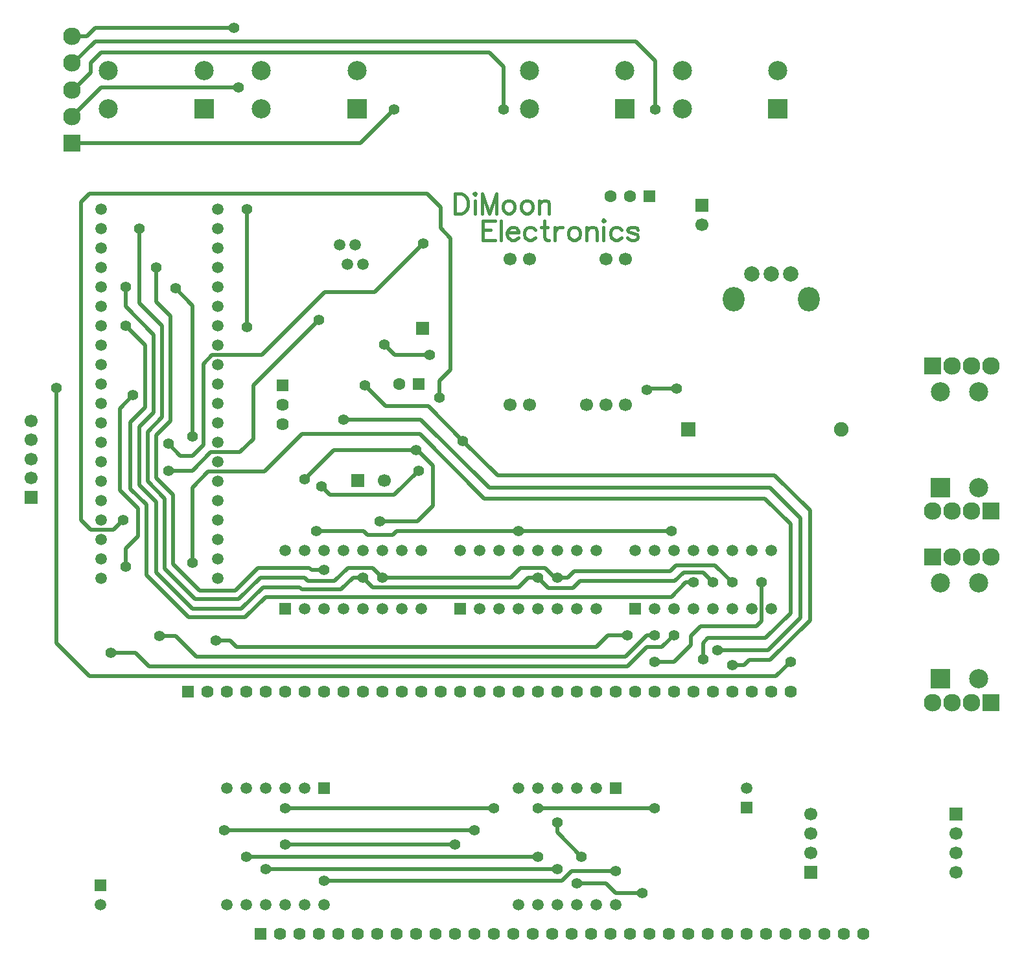
<source format=gbr>
%TF.GenerationSoftware,Novarm,DipTrace,3.3.0.1*%
%TF.CreationDate,2019-03-05T05:49:40+02:00*%
%FSLAX35Y35*%
%MOMM*%
%TF.FileFunction,Copper,L1,Top*%
%TF.Part,Single*%
%ADD91C,0.39216*%
%TA.AperFunction,Conductor*%
%ADD13C,0.5*%
%TA.AperFunction,ComponentPad*%
%ADD18R,1.7X1.7*%
%ADD19C,1.7*%
%ADD22R,1.6X1.6*%
%ADD23C,1.6*%
%ADD24C,1.5*%
%ADD25R,1.5X1.5*%
%ADD33C,1.6*%
%ADD35C,1.5*%
%ADD37R,1.9X1.9*%
%ADD38C,1.9*%
%ADD39R,2.3X2.3*%
%ADD40C,2.3*%
%ADD41C,2.0*%
%ADD42O,2.8X3.2*%
%ADD43R,2.5X2.5*%
%ADD44C,2.5*%
%ADD47R,1.62X1.62*%
%ADD48C,1.62*%
%TA.AperFunction,ViaPad*%
%ADD49C,1.4*%
G75*
G01*
%LPD*%
X4176000Y15066750D2*
D13*
Y16781250D1*
X3954250Y17003000D1*
X10844000Y12154500D2*
Y12367500D1*
X10907500Y12431000D1*
X11660250D1*
X11987000Y12757750D1*
Y13923250D1*
X11653623Y14256627D1*
X7986497D1*
X7145123Y15098000D1*
X5605250D1*
X5113127Y14605877D1*
X4382877D1*
X4176500Y14399500D1*
Y13415250D1*
X10209000Y12122750D2*
X10463000D1*
X10685250Y12345000D1*
Y12462750D1*
X10812250Y12589750D1*
X11542500D1*
X11606000Y12653250D1*
Y13161250D1*
X7399127Y15574250D2*
Y15796503D1*
X7543750Y15941127D1*
Y17661377D1*
X7415000Y17790127D1*
Y18066623D1*
X7240373Y18241250D1*
X2827127D1*
X2716000Y18130123D1*
Y13970873D1*
X2842997Y13843877D1*
X3144627D1*
X3271627Y13970877D1*
X11987000Y12122750D2*
X11796500Y11932250D1*
X2833750D1*
X2398500Y12367500D1*
Y15701250D1*
X5891000Y9256000D2*
X9002500D1*
X9129500Y9383000D1*
X9701000D1*
X5129000Y9414750D2*
X8939000D1*
X4875000Y9573500D2*
X8685000D1*
X9859750Y12472000D2*
X9605750D1*
X9447000Y12313250D1*
X4754623D1*
X4668623Y12399250D1*
X4478127D1*
X10209000Y12472000D2*
X10113750D1*
X9828000Y12186250D1*
X4230750D1*
X3954250Y12462750D1*
X3747877D1*
X10463000Y12472000D2*
X10304250Y12313250D1*
X10113750D1*
X9859750Y12059250D1*
X3611623D1*
X3430373Y12240500D1*
X3112877D1*
X5795750Y13828000D2*
X6414873D1*
X6462497Y13780377D1*
X6795877D1*
X6843500Y13828000D1*
X8431000D1*
X10431020D1*
X11225000Y12081750D2*
X11383750D1*
X11447250Y12145250D1*
X11723750D1*
X12241000Y12662500D1*
Y14097873D1*
X11780623Y14558250D1*
X8161123D1*
X7708687Y15010687D1*
X7256247Y15463127D1*
X6700623D1*
X6430750Y15733000D1*
X7272123Y16129877D2*
X6820997D1*
X6678123Y16272750D1*
X6684750D1*
X7097500Y14891627D2*
X6018000D1*
X5637000Y14510627D1*
X3398627Y15606000D2*
X3224000Y15431373D1*
Y14367753D1*
X3462127Y14129627D1*
Y13764500D1*
X3303373Y13605747D1*
Y13367627D1*
X6621250Y13955000D2*
X7113377D1*
X7319750Y14161373D1*
Y14685250D1*
X7113373Y14891627D1*
X7097500D1*
X10496500Y15692873D2*
X10113750D1*
Y15679097D1*
X4890877Y16495000D2*
Y18034877D1*
X3303377Y16510877D2*
X3557377Y16256877D1*
Y15447250D1*
X3366877Y15256750D1*
Y14383623D1*
X3573250Y14177250D1*
Y13256500D1*
X4128873Y12700877D1*
X4859127D1*
X5129000Y12970750D1*
X10431250D1*
X10621750Y13161250D1*
X10717000D1*
X10971000D2*
X10844000Y13288250D1*
X10590000D1*
X10478877Y13177127D1*
X9240627D1*
X9145377Y13081877D1*
X8827873D1*
X8685000Y13224750D1*
X8558000D1*
X8431000Y13097750D1*
X6526000D1*
X6399000Y13224750D1*
X3303377Y17018877D2*
Y16764873D1*
X3668500Y16399750D1*
Y15383750D1*
X3478000Y15193250D1*
Y14431250D1*
X3700250Y14209000D1*
Y13288250D1*
X4176500Y12812000D1*
X4811500D1*
X5097250Y13097750D1*
X5573500D1*
X5605250Y13066000D1*
X6113250D1*
X6272000Y13224750D1*
X6399000D1*
X5891000Y13320000D2*
X5732250D1*
X5700500Y13351750D1*
X5033750D1*
X4732127Y13050127D1*
X4271750D1*
X3922500Y13399377D1*
Y14304250D1*
X3700250Y14526500D1*
Y15082123D1*
X3890750Y15272623D1*
Y16637877D1*
X3700250Y16828377D1*
Y17272877D1*
X11225000Y13161250D2*
X11002750Y13383500D1*
X10494750D1*
X10415377Y13304127D1*
X9161253D1*
X9081877Y13224750D1*
X8939000D1*
X8907250D1*
X8780250Y13351750D1*
X8462750D1*
X8335750Y13224750D1*
X6653000D1*
X3478000Y17780877D2*
Y16812503D1*
X3779627Y16510877D1*
Y15320250D1*
X3589127Y15129750D1*
Y14478877D1*
X3811377Y14256627D1*
Y13335873D1*
X4208250Y12939000D1*
X4779750D1*
X5065500Y13224750D1*
X5637000D1*
X5684623Y13177127D1*
X6033877D1*
X6208500Y13351750D1*
X6526000D1*
X6653000Y13224750D1*
X11034500Y12272250D2*
X11692000D1*
X12114000Y12694250D1*
Y14002623D1*
X11717123Y14399500D1*
X8050000D1*
X7160500Y15289000D1*
X6145000D1*
X3859000Y14971000D2*
X4017750Y14812250D1*
X4176503D1*
X4319377Y14955123D1*
Y16018753D1*
X4430500Y16129877D1*
X5081377D1*
X5906877Y16955377D1*
X6557753D1*
X7192750Y17590373D1*
X3859000Y14621750D2*
X4176500D1*
X4414627Y14859877D1*
X4795627D1*
X4970250Y15034500D1*
Y15733000D1*
X5827500Y16590250D1*
X9256500Y9573500D2*
X8939000Y9891000D1*
Y10018000D1*
X5383000Y9732250D2*
X7605500D1*
X10050250Y9097250D2*
X9701000D1*
X9574000Y9224250D1*
X9193000D1*
X7859500Y9922750D2*
X4589250D1*
X10209000Y10208500D2*
X8685000D1*
X5383050D2*
X8113500D1*
X7129250Y14621750D2*
X6811750Y14304250D1*
X5970373D1*
X5859250Y14415373D1*
X2600000Y18900000D2*
X6365877D1*
X6811750Y19345873D1*
X2600000Y20300000D2*
X2797003D1*
X2906500Y20409497D1*
X4717873D1*
X2600000Y19950000D2*
X2621627D1*
X2906500Y20234873D1*
X9970870D1*
X10224873Y19980870D1*
Y19345873D1*
X2600000Y19600000D2*
X2620880D1*
X2843000Y19822120D1*
Y19949123D1*
X2985877Y20092000D1*
X8050000D1*
X8240500Y19901500D1*
Y19345873D1*
X2600000Y19250000D2*
X2981620Y19631620D1*
X4779750D1*
D49*
X3954250Y17003000D3*
X4176000Y15066750D3*
X10844000Y12154500D3*
X4176500Y13415250D3*
X3954250Y17003000D3*
X10209000Y12122750D3*
X11606000Y13161250D3*
X7399127Y15574250D3*
X3271627Y13970877D3*
X11987000Y12122750D3*
X2398500Y15701250D3*
X5891000Y9256000D3*
X9701000Y9383000D3*
X5129000Y9414750D3*
X8939000D3*
X4875000Y9573500D3*
X8685000D3*
X9859750Y12472000D3*
X4478127Y12399250D3*
X10209000Y12472000D3*
X3747877Y12462750D3*
X10463000Y12472000D3*
X3112877Y12240500D3*
X5795750Y13828000D3*
X8431000D3*
D3*
X10431020D3*
X11225000Y12081750D3*
X6430750Y15733000D3*
X7272123Y16129877D3*
X6684750Y16272750D3*
X5637000Y14510627D3*
X3398627Y15606000D3*
X3303373Y13367627D3*
X6621250Y13955000D3*
X6430750Y15733000D3*
X7708687Y15010687D3*
X10496500Y15692873D3*
X10113750Y15679097D3*
X4890877Y16495000D3*
Y18034877D3*
X3303377Y16510877D3*
X10717000Y13161250D3*
X10971000D3*
X8685000Y13224750D3*
X6399000D3*
X3303377Y17018877D3*
X5891000Y13320000D3*
X3700250Y17272877D3*
X11225000Y13161250D3*
X8939000Y13224750D3*
X6653000D3*
X3478000Y17780877D3*
X11034500Y12272250D3*
X6145000Y15289000D3*
X3859000Y14971000D3*
X7192750Y17590373D3*
X3859000Y14621750D3*
X5827500Y16590250D3*
X9256500Y9573500D3*
X8939000Y10018000D3*
X5383000Y9732250D3*
X7605500D3*
X10050250Y9097250D3*
X9193000Y9224250D3*
X7859500Y9922750D3*
X4589250D3*
X10209000Y10208500D3*
X8685000D3*
X5383050D3*
X8113500D3*
X7129250Y14621750D3*
X5859250Y14415373D3*
X6811750Y19345873D3*
X4717873Y20409497D3*
X10224873Y19345873D3*
X8240500D3*
X4779750Y19631620D3*
X7097500Y14891627D3*
D18*
X10829877Y18090000D3*
D19*
Y17840000D3*
D18*
X6335500Y14494750D3*
D19*
X6685500D3*
D22*
X7129250Y15748877D3*
D23*
X6875250D3*
D24*
X2970000Y8945750D3*
D25*
Y9199750D3*
D19*
X9828000Y17384000D3*
X9578000D3*
X8578000D3*
X8328000D3*
X9828000Y15484000D3*
X9578000D3*
X9328000D3*
X8578000D3*
X8328000D3*
D18*
X7178000Y16484000D3*
D25*
X5383000Y12812000D3*
D24*
X5637000D3*
X5891000D3*
X6145000D3*
X6399000D3*
X6653000D3*
X6907000D3*
X7161000D3*
Y13574000D3*
X6907000D3*
X6653000D3*
X6399000D3*
X6145000D3*
X5891000D3*
X5637000D3*
X5383000D3*
D25*
X7669000Y12812000D3*
D24*
X7923000D3*
X8177000D3*
X8431000D3*
X8685000D3*
X8939000D3*
X9193000D3*
X9447000D3*
Y13574000D3*
X9193000D3*
X8939000D3*
X8685000D3*
X8431000D3*
X8177000D3*
X7923000D3*
X7669000D3*
D25*
X9955000Y12812000D3*
D24*
X10209000D3*
X10463000D3*
X10717000D3*
X10971000D3*
X11225000D3*
X11479000D3*
X11733000D3*
Y13574000D3*
X11479000D3*
X11225000D3*
X10971000D3*
X10717000D3*
X10463000D3*
X10209000D3*
X9955000D3*
D22*
X10145500Y18209500D3*
D33*
X9891500D3*
X9637500D3*
D24*
X4509873Y13208877D3*
Y13462877D3*
Y13716877D3*
Y13970877D3*
Y14224877D3*
Y14478877D3*
Y14732877D3*
Y14986877D3*
Y15240877D3*
Y15494877D3*
Y15748877D3*
Y16002877D3*
Y16256877D3*
Y16510877D3*
Y16764877D3*
Y17018877D3*
Y17272877D3*
Y17526877D3*
Y17780877D3*
Y18034877D3*
X2985873D3*
Y17780877D3*
Y17526877D3*
Y17272877D3*
Y17018877D3*
Y16764877D3*
Y16510877D3*
Y16256877D3*
Y16002877D3*
Y15748877D3*
Y15494877D3*
Y15240877D3*
Y14986877D3*
Y14732877D3*
Y14478877D3*
Y14224877D3*
Y13970877D3*
Y13716877D3*
Y13462877D3*
Y13208877D3*
D25*
X5891000Y10469750D3*
D35*
X5637050D3*
X5383050D3*
X5129050D3*
X4875050D3*
X4621050D3*
X5891000Y8945750D3*
X5637100D3*
X5383000D3*
X5129000D3*
X4875000D3*
X4621000D3*
D25*
X9701000Y10469750D3*
D35*
X9447050D3*
X9193050D3*
X8939050D3*
X8685050D3*
X8431050D3*
X9701000Y8945750D3*
X9447100D3*
X9193000D3*
X8939000D3*
X8685000D3*
X8431000D3*
D37*
X10653500Y15161500D3*
D38*
X12653500D3*
D18*
X12250000Y9369000D3*
D19*
Y9623000D3*
Y9877000D3*
Y10131000D3*
D18*
X14150000D3*
D19*
Y9877000D3*
Y9623000D3*
Y9369000D3*
D39*
X14606250Y11591500D3*
D40*
X14352250D3*
X14098250D3*
X13844250D3*
D39*
Y13491500D3*
D40*
X14098250D3*
X14352250D3*
X14606250D3*
D39*
Y14091500D3*
D40*
X14352250D3*
X14098250D3*
X13844250D3*
D39*
Y15991500D3*
D40*
X14098250D3*
X14352250D3*
X14606250D3*
D41*
X11987000Y17193500D3*
X11737000D3*
X11487000D3*
D42*
X12227000Y16863500D3*
X11247000D3*
D43*
X13950000Y14400000D3*
D44*
X14450000D3*
Y15650000D3*
X13950000D3*
D43*
X6325000Y19350000D3*
D44*
Y19850000D3*
X5075000D3*
Y19350000D3*
D43*
X4325000D3*
D44*
Y19850000D3*
X3075000D3*
Y19350000D3*
D43*
X9825000D3*
D44*
Y19850000D3*
X8575000D3*
Y19350000D3*
D43*
X11825000D3*
D44*
Y19850000D3*
X10575000D3*
Y19350000D3*
D43*
X13950000Y11900000D3*
D44*
X14450000D3*
Y13150000D3*
X13950000D3*
D25*
X11415500Y10215750D3*
D24*
Y10469750D3*
D47*
X4113000Y11732500D3*
D48*
X4367000D3*
X4621000D3*
X4875000D3*
X5129000D3*
X5383000D3*
X5637000D3*
X5891000D3*
X6145000D3*
X6399000D3*
X6653000D3*
X6907000D3*
X7161000D3*
X7415000D3*
X7669000D3*
X7923000D3*
X8177000D3*
X8431000D3*
X8685000D3*
X8939000D3*
X9193000D3*
X9447000D3*
X9701000D3*
X9955000D3*
X10209000D3*
X10463000D3*
X10717000D3*
X10971000D3*
X11225000D3*
X11479000D3*
X11733000D3*
X11987000D3*
D47*
X5065500Y8564750D3*
D48*
X5319500D3*
X5573500D3*
X5827500D3*
X6081500D3*
X6335500D3*
X6589500D3*
X6843500D3*
X7097500D3*
X7351500D3*
X7605500D3*
X7859500D3*
X8113500D3*
X8367500D3*
X8621500D3*
X8875500D3*
X9129500D3*
X9383500D3*
X9637500D3*
X9891500D3*
X10145500D3*
X10399500D3*
X10653500D3*
X10907500D3*
X11161500D3*
X11415500D3*
X11669500D3*
X11923500D3*
X12177500D3*
X12431500D3*
X12685500D3*
X12939500D3*
D47*
X5351250Y15733000D3*
D48*
Y15479000D3*
Y15225000D3*
D18*
X2065123Y14272500D3*
D19*
Y14522500D3*
Y14772500D3*
Y15022500D3*
Y15272500D3*
D24*
X6303750Y17574500D3*
X6405750Y17320500D3*
X6201750D3*
X6099750Y17574500D3*
D39*
X2600000Y18900000D3*
D40*
Y19250000D3*
Y19600000D3*
Y19950000D3*
Y20300000D3*
X7605501Y18238207D2*
D91*
Y17982987D1*
X7690574D1*
X7727074Y17995341D1*
X7751501Y18019487D1*
X7763574Y18043914D1*
X7775647Y18080133D1*
Y18141060D1*
X7763574Y18177560D1*
X7751501Y18201707D1*
X7727074Y18226133D1*
X7690574Y18238207D1*
X7605501D1*
X7854079D2*
X7866152Y18226133D1*
X7878506Y18238207D1*
X7866152Y18250560D1*
X7854079Y18238207D1*
X7866152Y18153133D2*
Y17982987D1*
X8151229D2*
Y18238207D1*
X8054083Y17982987D1*
X7956937Y18238207D1*
Y17982987D1*
X8290307Y18153133D2*
X8266161Y18141060D1*
X8241734Y18116633D1*
X8229661Y18080133D1*
Y18055987D1*
X8241734Y18019487D1*
X8266161Y17995341D1*
X8290307Y17982987D1*
X8326807D1*
X8351234Y17995341D1*
X8375380Y18019487D1*
X8387734Y18055987D1*
Y18080133D1*
X8375380Y18116633D1*
X8351234Y18141060D1*
X8326807Y18153133D1*
X8290307D1*
X8526811D2*
X8502665Y18141060D1*
X8478238Y18116633D1*
X8466165Y18080133D1*
Y18055987D1*
X8478238Y18019487D1*
X8502665Y17995341D1*
X8526811Y17982987D1*
X8563311D1*
X8587738Y17995341D1*
X8611884Y18019487D1*
X8624238Y18055987D1*
Y18080133D1*
X8611884Y18116633D1*
X8587738Y18141060D1*
X8563311Y18153133D1*
X8526811D1*
X8702670D2*
Y17982987D1*
Y18104560D2*
X8739170Y18141060D1*
X8763597Y18153133D1*
X8799816D1*
X8824243Y18141060D1*
X8836316Y18104560D1*
Y17982987D1*
X8128417Y17888957D2*
X7970625D1*
Y17633737D1*
X8128417D1*
X7970625Y17767383D2*
X8067771D1*
X8206848Y17888957D2*
Y17633737D1*
X8285280Y17730883D2*
X8430999D1*
Y17755310D1*
X8418926Y17779737D1*
X8406853Y17791810D1*
X8382426Y17803883D1*
X8345926D1*
X8321780Y17791810D1*
X8297353Y17767383D1*
X8285280Y17730883D1*
Y17706737D1*
X8297353Y17670237D1*
X8321780Y17646091D1*
X8345926Y17633737D1*
X8382426D1*
X8406853Y17646091D1*
X8430999Y17670237D1*
X8655430Y17767383D2*
X8631003Y17791810D1*
X8606576Y17803883D1*
X8570357D1*
X8545930Y17791810D1*
X8521784Y17767383D1*
X8509430Y17730883D1*
Y17706737D1*
X8521784Y17670237D1*
X8545930Y17646091D1*
X8570357Y17633737D1*
X8606576D1*
X8631003Y17646091D1*
X8655430Y17670237D1*
X8770362Y17888957D2*
Y17682310D1*
X8782435Y17646091D1*
X8806862Y17633737D1*
X8831008D1*
X8733862Y17803883D2*
X8818935D1*
X8909439D2*
Y17633737D1*
Y17730883D2*
X8921793Y17767383D1*
X8945939Y17791810D1*
X8970366Y17803883D1*
X9006866D1*
X9145944D2*
X9121797Y17791810D1*
X9097370Y17767383D1*
X9085297Y17730883D1*
Y17706737D1*
X9097370Y17670237D1*
X9121797Y17646091D1*
X9145944Y17633737D1*
X9182444D1*
X9206870Y17646091D1*
X9231017Y17670237D1*
X9243370Y17706737D1*
Y17730883D1*
X9231017Y17767383D1*
X9206870Y17791810D1*
X9182444Y17803883D1*
X9145944D1*
X9321802D2*
Y17633737D1*
Y17755310D2*
X9358302Y17791810D1*
X9382729Y17803883D1*
X9418948D1*
X9443375Y17791810D1*
X9455448Y17755310D1*
Y17633737D1*
X9533879Y17888957D2*
X9545952Y17876883D1*
X9558306Y17888957D1*
X9545952Y17901310D1*
X9533879Y17888957D1*
X9545952Y17803883D2*
Y17633737D1*
X9782738Y17767383D2*
X9758311Y17791810D1*
X9733884Y17803883D1*
X9697665D1*
X9673238Y17791810D1*
X9649091Y17767383D1*
X9636738Y17730883D1*
Y17706737D1*
X9649091Y17670237D1*
X9673238Y17646091D1*
X9697665Y17633737D1*
X9733884D1*
X9758311Y17646091D1*
X9782738Y17670237D1*
X9994815Y17767383D2*
X9982742Y17791810D1*
X9946242Y17803883D1*
X9909742D1*
X9873242Y17791810D1*
X9861169Y17767383D1*
X9873242Y17743237D1*
X9897669Y17730883D1*
X9958315Y17718810D1*
X9982742Y17706737D1*
X9994815Y17682310D1*
Y17670237D1*
X9982742Y17646091D1*
X9946242Y17633737D1*
X9909742D1*
X9873242Y17646091D1*
X9861169Y17670237D1*
M02*

</source>
